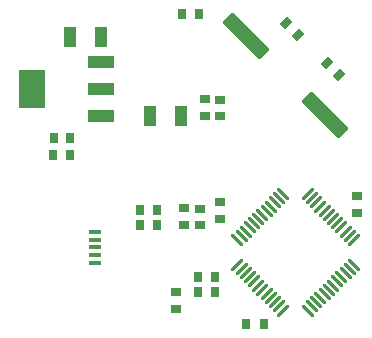
<source format=gbr>
%TF.GenerationSoftware,Altium Limited,Altium Designer,20.1.8 (145)*%
G04 Layer_Color=8421504*
%FSLAX44Y44*%
%MOMM*%
%TF.SameCoordinates,BF84AABB-580B-4B44-99C5-09E2CFC6D698*%
%TF.FilePolarity,Positive*%
%TF.FileFunction,Paste,Top*%
%TF.Part,Single*%
G01*
G75*
%TA.AperFunction,SMDPad,CuDef*%
G04:AMPARAMS|DCode=11|XSize=0.3mm|YSize=1.45mm|CornerRadius=0mm|HoleSize=0mm|Usage=FLASHONLY|Rotation=315.000|XOffset=0mm|YOffset=0mm|HoleType=Round|Shape=Round|*
%AMOVALD11*
21,1,1.1500,0.3000,0.0000,0.0000,45.0*
1,1,0.3000,-0.4066,-0.4066*
1,1,0.3000,0.4066,0.4066*
%
%ADD11OVALD11*%

G04:AMPARAMS|DCode=12|XSize=0.3mm|YSize=1.45mm|CornerRadius=0mm|HoleSize=0mm|Usage=FLASHONLY|Rotation=225.000|XOffset=0mm|YOffset=0mm|HoleType=Round|Shape=Round|*
%AMOVALD12*
21,1,1.1500,0.3000,0.0000,0.0000,315.0*
1,1,0.3000,-0.4066,0.4066*
1,1,0.3000,0.4066,-0.4066*
%
%ADD12OVALD12*%

G04:AMPARAMS|DCode=13|XSize=1mm|YSize=2.15mm|CornerRadius=0.005mm|HoleSize=0mm|Usage=FLASHONLY|Rotation=270.000|XOffset=0mm|YOffset=0mm|HoleType=Round|Shape=RoundedRectangle|*
%AMROUNDEDRECTD13*
21,1,1.0000,2.1400,0,0,270.0*
21,1,0.9900,2.1500,0,0,270.0*
1,1,0.0100,-1.0700,-0.4950*
1,1,0.0100,-1.0700,0.4950*
1,1,0.0100,1.0700,0.4950*
1,1,0.0100,1.0700,-0.4950*
%
%ADD13ROUNDEDRECTD13*%
G04:AMPARAMS|DCode=14|XSize=3.25mm|YSize=2.15mm|CornerRadius=0.0108mm|HoleSize=0mm|Usage=FLASHONLY|Rotation=270.000|XOffset=0mm|YOffset=0mm|HoleType=Round|Shape=RoundedRectangle|*
%AMROUNDEDRECTD14*
21,1,3.2500,2.1285,0,0,270.0*
21,1,3.2285,2.1500,0,0,270.0*
1,1,0.0215,-1.0642,-1.6143*
1,1,0.0215,-1.0642,1.6143*
1,1,0.0215,1.0642,1.6143*
1,1,0.0215,1.0642,-1.6143*
%
%ADD14ROUNDEDRECTD14*%
G04:AMPARAMS|DCode=15|XSize=0.8mm|YSize=0.7mm|CornerRadius=0.0035mm|HoleSize=0mm|Usage=FLASHONLY|Rotation=270.000|XOffset=0mm|YOffset=0mm|HoleType=Round|Shape=RoundedRectangle|*
%AMROUNDEDRECTD15*
21,1,0.8000,0.6930,0,0,270.0*
21,1,0.7930,0.7000,0,0,270.0*
1,1,0.0070,-0.3465,-0.3965*
1,1,0.0070,-0.3465,0.3965*
1,1,0.0070,0.3465,0.3965*
1,1,0.0070,0.3465,-0.3965*
%
%ADD15ROUNDEDRECTD15*%
G04:AMPARAMS|DCode=16|XSize=0.8mm|YSize=0.7mm|CornerRadius=0.0035mm|HoleSize=0mm|Usage=FLASHONLY|Rotation=0.000|XOffset=0mm|YOffset=0mm|HoleType=Round|Shape=RoundedRectangle|*
%AMROUNDEDRECTD16*
21,1,0.8000,0.6930,0,0,0.0*
21,1,0.7930,0.7000,0,0,0.0*
1,1,0.0070,0.3965,-0.3465*
1,1,0.0070,-0.3965,-0.3465*
1,1,0.0070,-0.3965,0.3465*
1,1,0.0070,0.3965,0.3465*
%
%ADD16ROUNDEDRECTD16*%
G04:AMPARAMS|DCode=17|XSize=4.5mm|YSize=1.3mm|CornerRadius=0.1625mm|HoleSize=0mm|Usage=FLASHONLY|Rotation=135.000|XOffset=0mm|YOffset=0mm|HoleType=Round|Shape=RoundedRectangle|*
%AMROUNDEDRECTD17*
21,1,4.5000,0.9750,0,0,135.0*
21,1,4.1750,1.3000,0,0,135.0*
1,1,0.3250,-1.1314,1.8208*
1,1,0.3250,1.8208,-1.1314*
1,1,0.3250,1.1314,-1.8208*
1,1,0.3250,-1.8208,1.1314*
%
%ADD17ROUNDEDRECTD17*%
G04:AMPARAMS|DCode=18|XSize=0.85mm|YSize=0.65mm|CornerRadius=0.0033mm|HoleSize=0mm|Usage=FLASHONLY|Rotation=90.000|XOffset=0mm|YOffset=0mm|HoleType=Round|Shape=RoundedRectangle|*
%AMROUNDEDRECTD18*
21,1,0.8500,0.6435,0,0,90.0*
21,1,0.8435,0.6500,0,0,90.0*
1,1,0.0065,0.3218,0.4218*
1,1,0.0065,0.3218,-0.4218*
1,1,0.0065,-0.3218,-0.4218*
1,1,0.0065,-0.3218,0.4218*
%
%ADD18ROUNDEDRECTD18*%
G04:AMPARAMS|DCode=19|XSize=0.85mm|YSize=0.65mm|CornerRadius=0.0033mm|HoleSize=0mm|Usage=FLASHONLY|Rotation=0.000|XOffset=0mm|YOffset=0mm|HoleType=Round|Shape=RoundedRectangle|*
%AMROUNDEDRECTD19*
21,1,0.8500,0.6435,0,0,0.0*
21,1,0.8435,0.6500,0,0,0.0*
1,1,0.0065,0.4218,-0.3218*
1,1,0.0065,-0.4218,-0.3218*
1,1,0.0065,-0.4218,0.3218*
1,1,0.0065,0.4218,0.3218*
%
%ADD19ROUNDEDRECTD19*%
G04:AMPARAMS|DCode=20|XSize=0.85mm|YSize=0.65mm|CornerRadius=0.0033mm|HoleSize=0mm|Usage=FLASHONLY|Rotation=45.000|XOffset=0mm|YOffset=0mm|HoleType=Round|Shape=RoundedRectangle|*
%AMROUNDEDRECTD20*
21,1,0.8500,0.6435,0,0,45.0*
21,1,0.8435,0.6500,0,0,45.0*
1,1,0.0065,0.5257,0.0707*
1,1,0.0065,-0.0707,-0.5257*
1,1,0.0065,-0.5257,-0.0707*
1,1,0.0065,0.0707,0.5257*
%
%ADD20ROUNDEDRECTD20*%
G04:AMPARAMS|DCode=21|XSize=1.65mm|YSize=1.05mm|CornerRadius=0.0053mm|HoleSize=0mm|Usage=FLASHONLY|Rotation=90.000|XOffset=0mm|YOffset=0mm|HoleType=Round|Shape=RoundedRectangle|*
%AMROUNDEDRECTD21*
21,1,1.6500,1.0395,0,0,90.0*
21,1,1.6395,1.0500,0,0,90.0*
1,1,0.0105,0.5198,0.8198*
1,1,0.0105,0.5198,-0.8198*
1,1,0.0105,-0.5198,-0.8198*
1,1,0.0105,-0.5198,0.8198*
%
%ADD21ROUNDEDRECTD21*%
%ADD22R,1.1000X0.4000*%
D11*
X10138453Y9934823D02*
D03*
X10134917Y9938358D02*
D03*
X10131382Y9941894D02*
D03*
X10127846Y9945429D02*
D03*
X10124310Y9948965D02*
D03*
X10120775Y9952501D02*
D03*
X10117239Y9956036D02*
D03*
X10113704Y9959572D02*
D03*
X10110168Y9963107D02*
D03*
X10106633Y9966642D02*
D03*
X10103098Y9970178D02*
D03*
X10099562Y9973713D02*
D03*
X10039811Y9913963D02*
D03*
X10043347Y9910427D02*
D03*
X10046882Y9906892D02*
D03*
X10050418Y9903356D02*
D03*
X10053953Y9899821D02*
D03*
X10057489Y9896285D02*
D03*
X10061025Y9892750D02*
D03*
X10064560Y9889214D02*
D03*
X10068096Y9885679D02*
D03*
X10071631Y9882143D02*
D03*
X10075167Y9878608D02*
D03*
X10078702Y9875072D02*
D03*
D12*
Y9973713D02*
D03*
X10075167Y9970178D02*
D03*
X10071631Y9966642D02*
D03*
X10068096Y9963107D02*
D03*
X10064560Y9959572D02*
D03*
X10061025Y9956036D02*
D03*
X10057489Y9952501D02*
D03*
X10053953Y9948965D02*
D03*
X10050418Y9945429D02*
D03*
X10046882Y9941894D02*
D03*
X10043347Y9938358D02*
D03*
X10039811Y9934823D02*
D03*
X10099562Y9875072D02*
D03*
X10103098Y9878608D02*
D03*
X10106633Y9882143D02*
D03*
X10110168Y9885679D02*
D03*
X10113704Y9889214D02*
D03*
X10117239Y9892750D02*
D03*
X10120775Y9896285D02*
D03*
X10124310Y9899821D02*
D03*
X10127846Y9903356D02*
D03*
X10131382Y9906892D02*
D03*
X10134917Y9910427D02*
D03*
X10138453Y9913963D02*
D03*
D13*
X9924250Y10039500D02*
D03*
Y10062500D02*
D03*
Y10085500D02*
D03*
D14*
X9865750Y10062500D02*
D03*
D15*
X10006710Y9903356D02*
D03*
X10020710D02*
D03*
Y9890750D02*
D03*
X10006710D02*
D03*
X9898500Y10021071D02*
D03*
X9884500D02*
D03*
X9957764Y9947336D02*
D03*
X9971764D02*
D03*
X10007000Y10126161D02*
D03*
X9993000D02*
D03*
D16*
X9988250Y9876500D02*
D03*
Y9890500D02*
D03*
X10007764Y9961335D02*
D03*
Y9947336D02*
D03*
X10025000Y10053500D02*
D03*
Y10039500D02*
D03*
D17*
X10047162Y10107588D02*
D03*
X10114338Y10040413D02*
D03*
D18*
X9898500Y10007155D02*
D03*
X9884000D02*
D03*
X10047489Y9863992D02*
D03*
X10061989D02*
D03*
X9971764Y9960355D02*
D03*
X9957264D02*
D03*
D19*
X10141000Y9957434D02*
D03*
Y9971934D02*
D03*
X10025000Y9967000D02*
D03*
Y9952501D02*
D03*
X10012006Y10054000D02*
D03*
Y10039500D02*
D03*
X9994745Y9947336D02*
D03*
Y9961836D02*
D03*
D20*
X10090876Y10108124D02*
D03*
X10080623Y10118376D02*
D03*
X10125876Y10074374D02*
D03*
X10115624Y10084626D02*
D03*
D21*
X9924500Y10107000D02*
D03*
X9898000D02*
D03*
X9992041Y10039500D02*
D03*
X9965541D02*
D03*
D22*
X9919280Y9941500D02*
D03*
Y9915500D02*
D03*
Y9935000D02*
D03*
Y9928500D02*
D03*
Y9922000D02*
D03*
%TF.MD5,42ee5a0e531f2a1ee9605ea78bc5ec56*%
M02*

</source>
